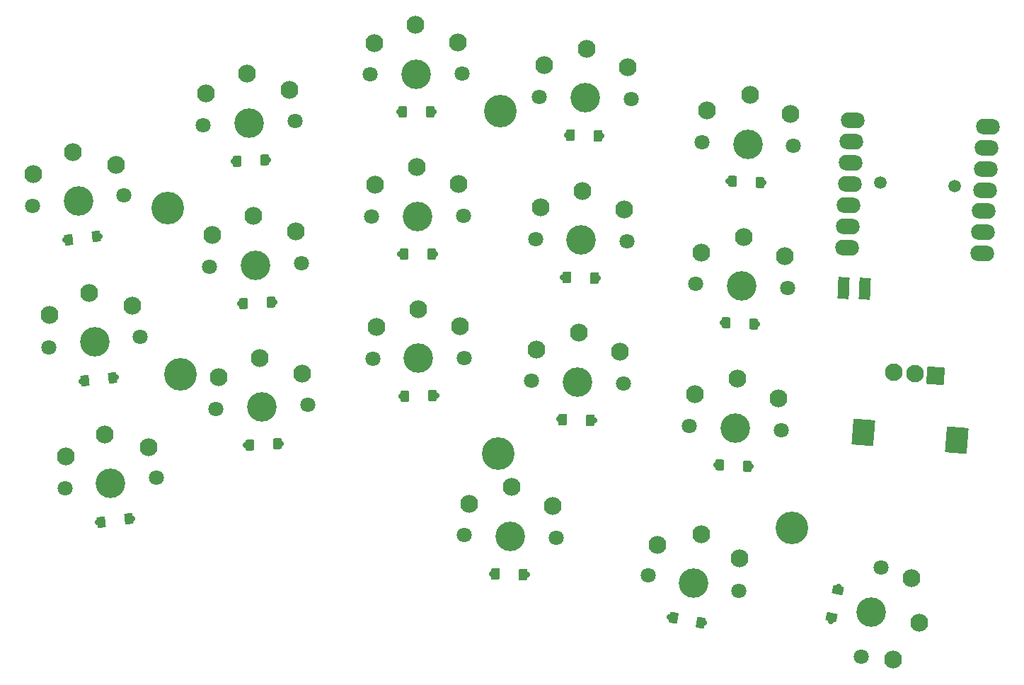
<source format=gbr>
%TF.GenerationSoftware,KiCad,Pcbnew,7.0.8*%
%TF.CreationDate,2023-11-06T14:18:33+01:00*%
%TF.ProjectId,goose_choc_routing,676f6f73-655f-4636-986f-635f726f7574,v1.0.0*%
%TF.SameCoordinates,Original*%
%TF.FileFunction,Soldermask,Bot*%
%TF.FilePolarity,Negative*%
%FSLAX46Y46*%
G04 Gerber Fmt 4.6, Leading zero omitted, Abs format (unit mm)*
G04 Created by KiCad (PCBNEW 7.0.8) date 2023-11-06 14:18:33*
%MOMM*%
%LPD*%
G01*
G04 APERTURE LIST*
G04 Aperture macros list*
%AMRoundRect*
0 Rectangle with rounded corners*
0 $1 Rounding radius*
0 $2 $3 $4 $5 $6 $7 $8 $9 X,Y pos of 4 corners*
0 Add a 4 corners polygon primitive as box body*
4,1,4,$2,$3,$4,$5,$6,$7,$8,$9,$2,$3,0*
0 Add four circle primitives for the rounded corners*
1,1,$1+$1,$2,$3*
1,1,$1+$1,$4,$5*
1,1,$1+$1,$6,$7*
1,1,$1+$1,$8,$9*
0 Add four rect primitives between the rounded corners*
20,1,$1+$1,$2,$3,$4,$5,0*
20,1,$1+$1,$4,$5,$6,$7,0*
20,1,$1+$1,$6,$7,$8,$9,0*
20,1,$1+$1,$8,$9,$2,$3,0*%
%AMHorizOval*
0 Thick line with rounded ends*
0 $1 width*
0 $2 $3 position (X,Y) of the first rounded end (center of the circle)*
0 $4 $5 position (X,Y) of the second rounded end (center of the circle)*
0 Add line between two ends*
20,1,$1,$2,$3,$4,$5,0*
0 Add two circle primitives to create the rounded ends*
1,1,$1,$2,$3*
1,1,$1,$4,$5*%
G04 Aperture macros list end*
%ADD10C,0.700000*%
%ADD11RoundRect,0.050000X-0.678929X-1.221548X0.569881X-1.276072X0.678929X1.221548X-0.569881X1.276072X0*%
%ADD12C,3.900000*%
%ADD13RoundRect,0.050000X-0.918458X1.075376X-1.075376X-0.918458X0.918458X-1.075376X1.075376X0.918458X0*%
%ADD14C,2.100000*%
%ADD15RoundRect,0.050000X-1.128458X1.593450X-1.363835X-1.397302X1.128458X-1.593450X1.363835X1.397302X0*%
%ADD16C,1.801800*%
%ADD17C,3.529000*%
%ADD18C,2.132000*%
%ADD19RoundRect,0.050000X0.475743X0.579800X-0.423400X0.619058X-0.475743X-0.579800X0.423400X-0.619058X0*%
%ADD20RoundRect,0.050000X0.465552X0.588015X-0.434140X0.611574X-0.465552X-0.588015X0.434140X-0.611574X0*%
%ADD21RoundRect,0.050000X0.542857X0.517500X-0.344800X0.666043X-0.542857X-0.517500X0.344800X-0.666043X0*%
%ADD22RoundRect,0.050000X0.488380X-0.569197X0.683175X0.309469X-0.488380X0.569197X-0.683175X-0.309469X0*%
%ADD23RoundRect,0.050000X0.444747X0.603904X-0.455219X0.596050X-0.444747X-0.603904X0.455219X-0.596050X0*%
%ADD24RoundRect,0.050000X0.423400X0.619058X-0.475743X0.579800X-0.423400X-0.619058X0.475743X-0.579800X0*%
%ADD25RoundRect,0.050000X0.379185X0.647085X-0.515029X0.545202X-0.379185X-0.647085X0.515029X-0.545202X0*%
%ADD26HorizOval,1.900000X0.474548X-0.020719X-0.474548X0.020719X0*%
%ADD27HorizOval,1.900000X-0.474548X0.020719X0.474548X-0.020719X0*%
%ADD28C,1.497000*%
G04 APERTURE END LIST*
D10*
%TO.C,Di31*%
X254283098Y-148383113D03*
X250087096Y-148199911D03*
%TD*%
%TO.C,Di30*%
X236390284Y-108865226D03*
X232191724Y-108755282D03*
%TD*%
%TO.C,Di22*%
X198023794Y-145694188D03*
X193827792Y-145877390D03*
%TD*%
%TO.C,Di19*%
X180239972Y-154629280D03*
X176066970Y-155104734D03*
%TD*%
%TO.C,Di34*%
X227461149Y-161324439D03*
X223262589Y-161214495D03*
%TD*%
%TO.C,Di33*%
X255766171Y-114415477D03*
X251570169Y-114232275D03*
%TD*%
%TO.C,Di32*%
X255024642Y-131399287D03*
X250828640Y-131216085D03*
%TD*%
%TO.C,Di35*%
X248681783Y-167128759D03*
X244539383Y-166435559D03*
%TD*%
%TO.C,Di36*%
X263810160Y-166896652D03*
X264719206Y-162796208D03*
%TD*%
%TO.C,Di23*%
X197282275Y-128710374D03*
X193086273Y-128893576D03*
%TD*%
%TO.C,Di21*%
X176391075Y-120847842D03*
X172218073Y-121323296D03*
%TD*%
%TO.C,Di24*%
X196540740Y-111726550D03*
X192344738Y-111909752D03*
%TD*%
%TO.C,Di26*%
X216484159Y-122948224D03*
X212284319Y-122984876D03*
%TD*%
%TO.C,Di28*%
X235500274Y-142853570D03*
X231301714Y-142743626D03*
%TD*%
%TO.C,Di25*%
X216632519Y-139947561D03*
X212432679Y-139984213D03*
%TD*%
%TO.C,Di29*%
X235945277Y-125859408D03*
X231746717Y-125749464D03*
%TD*%
%TO.C,Di27*%
X216335810Y-105948862D03*
X212135970Y-105985514D03*
%TD*%
%TO.C,Di20*%
X178311063Y-137702187D03*
X174146995Y-138250397D03*
%TD*%
D11*
%TO.C,PAD1*%
X265374349Y-127046601D03*
X267871969Y-127155649D03*
%TD*%
D12*
%TO.C,H4*%
X224018782Y-146883593D03*
%TD*%
%TO.C,H5*%
X259186608Y-155738052D03*
%TD*%
%TO.C,H3*%
X224276538Y-105889461D03*
%TD*%
%TO.C,H2*%
X186020288Y-137374369D03*
%TD*%
%TO.C,H1*%
X184451928Y-117446353D03*
%TD*%
D13*
%TO.C,ROT1*%
X276359424Y-137517152D03*
D14*
X271374837Y-137124857D03*
X273867131Y-137321004D03*
D15*
X278861425Y-145237255D03*
X267695950Y-144358513D03*
%TD*%
D16*
%TO.C,S10*%
X228020666Y-138156173D03*
D17*
X233518781Y-138300146D03*
D16*
X239016896Y-138444119D03*
D18*
X228619967Y-134370563D03*
X238616540Y-134632333D03*
X233673225Y-132402168D03*
%TD*%
D16*
%TO.C,S17*%
X241928727Y-161436115D03*
D17*
X247353298Y-162343877D03*
D16*
X252777869Y-163251639D03*
D18*
X243049051Y-157770754D03*
X252911907Y-159421230D03*
X248327079Y-156524792D03*
%TD*%
D16*
%TO.C,S4*%
X190234741Y-141529975D03*
D17*
X195729506Y-141290068D03*
D16*
X201224271Y-141050161D03*
D18*
X190568511Y-137711782D03*
X200558993Y-137275588D03*
X195472152Y-135395683D03*
%TD*%
D16*
%TO.C,S18*%
X269848447Y-160450782D03*
D17*
X268658029Y-165820410D03*
D16*
X267467611Y-171190038D03*
D18*
X273450152Y-161761400D03*
X271285756Y-171524361D03*
X274418175Y-167097404D03*
%TD*%
D16*
%TO.C,S11*%
X228465674Y-121161997D03*
D17*
X233963789Y-121305970D03*
D16*
X239461904Y-121449943D03*
D18*
X229064975Y-117376387D03*
X239061548Y-117638157D03*
X234118233Y-115407992D03*
%TD*%
D16*
%TO.C,S3*%
X168330516Y-117237113D03*
D17*
X173795161Y-116614495D03*
D16*
X179259806Y-115991877D03*
D18*
X168397130Y-113404938D03*
X178332848Y-112272906D03*
X173127262Y-110752421D03*
%TD*%
D16*
%TO.C,S5*%
X189493223Y-124546166D03*
D17*
X194987988Y-124306259D03*
D16*
X200482753Y-124066352D03*
D18*
X189826993Y-120727973D03*
X199817475Y-120291779D03*
X194730634Y-118411874D03*
%TD*%
D16*
%TO.C,S8*%
X208845185Y-118514710D03*
D17*
X214344976Y-118466714D03*
D16*
X219844767Y-118418718D03*
D18*
X209312006Y-114710491D03*
X219311625Y-114623226D03*
X214293489Y-112566939D03*
%TD*%
D16*
%TO.C,S16*%
X219981556Y-156627032D03*
D17*
X225479671Y-156771005D03*
D16*
X230977786Y-156914978D03*
D18*
X220580857Y-152841422D03*
X230577430Y-153103192D03*
X225634115Y-150873027D03*
%TD*%
D16*
%TO.C,S7*%
X208993537Y-135514062D03*
D17*
X214493328Y-135466066D03*
D16*
X219993119Y-135418070D03*
D18*
X209460358Y-131709843D03*
X219459977Y-131622578D03*
X214441841Y-129566291D03*
%TD*%
D16*
%TO.C,S12*%
X228910691Y-104167817D03*
D17*
X234408806Y-104311790D03*
D16*
X239906921Y-104455763D03*
D18*
X229509992Y-100382207D03*
X239506565Y-100643977D03*
X234563250Y-98413812D03*
%TD*%
D16*
%TO.C,S6*%
X188751685Y-107562350D03*
D17*
X194246450Y-107322443D03*
D16*
X199741215Y-107082536D03*
D18*
X189085455Y-103744157D03*
X199075937Y-103307963D03*
X193989096Y-101428058D03*
%TD*%
D16*
%TO.C,S9*%
X208696837Y-101515354D03*
D17*
X214196628Y-101467358D03*
D16*
X219696419Y-101419362D03*
D18*
X209163658Y-97711135D03*
X219163277Y-97623870D03*
X214145141Y-95567583D03*
%TD*%
D16*
%TO.C,S1*%
X172179428Y-151018552D03*
D17*
X177644073Y-150395934D03*
D16*
X183108718Y-149773316D03*
D18*
X172246042Y-147186377D03*
X182181760Y-146054345D03*
X176976174Y-144533860D03*
%TD*%
D16*
%TO.C,S2*%
X170254967Y-134127836D03*
D17*
X175719612Y-133505218D03*
D16*
X181184257Y-132882600D03*
D18*
X170321581Y-130295661D03*
X180257299Y-129163629D03*
X175051713Y-127643144D03*
%TD*%
D16*
%TO.C,S13*%
X246886626Y-143555885D03*
D17*
X252381391Y-143795792D03*
D16*
X257876156Y-144035699D03*
D18*
X247551904Y-139781312D03*
X257542386Y-140217506D03*
X252638745Y-137901407D03*
%TD*%
D16*
%TO.C,S15*%
X248369685Y-109588255D03*
D17*
X253864450Y-109828162D03*
D16*
X259359215Y-110068069D03*
D18*
X249034963Y-105813682D03*
X259025445Y-106249876D03*
X254121804Y-103933777D03*
%TD*%
D16*
%TO.C,S14*%
X247628154Y-126572072D03*
D17*
X253122919Y-126811979D03*
D16*
X258617684Y-127051886D03*
D18*
X248293432Y-122797499D03*
X258283914Y-123233693D03*
X253380273Y-120917594D03*
%TD*%
D19*
%TO.C,Di14*%
X254575071Y-131379658D03*
X251278211Y-131235714D03*
%TD*%
%TO.C,Di13*%
X253833527Y-148363484D03*
X250536667Y-148219540D03*
%TD*%
D20*
%TO.C,Di12*%
X235940439Y-108853446D03*
X232641569Y-108767062D03*
%TD*%
D19*
%TO.C,Di15*%
X255316600Y-114395848D03*
X252019740Y-114251904D03*
%TD*%
D21*
%TO.C,Di17*%
X248237954Y-167054488D03*
X244983212Y-166509830D03*
%TD*%
D20*
%TO.C,Di16*%
X227011304Y-161312659D03*
X223712434Y-161226275D03*
%TD*%
D22*
%TO.C,Di18*%
X263907558Y-166457318D03*
X264621808Y-163235542D03*
%TD*%
D20*
%TO.C,Di11*%
X235495432Y-125847628D03*
X232196562Y-125761244D03*
%TD*%
%TO.C,Di10*%
X235050429Y-142841790D03*
X231751559Y-142755406D03*
%TD*%
D23*
%TO.C,Di9*%
X215885827Y-105952789D03*
X212585953Y-105981587D03*
%TD*%
%TO.C,Di8*%
X216034176Y-122952151D03*
X212734302Y-122980949D03*
%TD*%
%TO.C,Di7*%
X216182536Y-139951488D03*
X212882662Y-139980286D03*
%TD*%
D24*
%TO.C,Di5*%
X196832704Y-128730003D03*
X193535844Y-128873947D03*
%TD*%
%TO.C,Di4*%
X197574223Y-145713817D03*
X194277363Y-145857761D03*
%TD*%
D25*
%TO.C,Di1*%
X179792865Y-154680222D03*
X176514077Y-155053792D03*
%TD*%
%TO.C,Di2*%
X177868423Y-137789507D03*
X174589635Y-138163077D03*
%TD*%
%TO.C,Di3*%
X175943968Y-120898784D03*
X172665180Y-121272354D03*
%TD*%
D24*
%TO.C,Di6*%
X196091169Y-111746179D03*
X192794309Y-111890123D03*
%TD*%
D26*
%TO.C,MCU1*%
X282574941Y-107708471D03*
X282464148Y-110246053D03*
X282353355Y-112783636D03*
X282242562Y-115321218D03*
X282131768Y-117858801D03*
X282020975Y-120396383D03*
X281910182Y-122933966D03*
D27*
X265735591Y-122227768D03*
X265846384Y-119690186D03*
X265957177Y-117152603D03*
X266067971Y-114615021D03*
X266178764Y-112077438D03*
X266289557Y-109539856D03*
X266400350Y-107002273D03*
D28*
X269732618Y-114457721D03*
X278609863Y-114845309D03*
%TD*%
M02*

</source>
